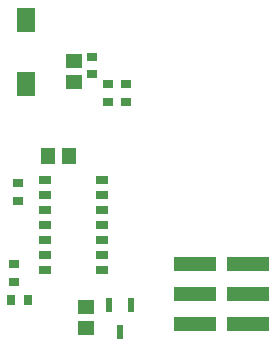
<source format=gbr>
G04 Layer_Color=8421504*
%FSLAX45Y45*%
%MOMM*%
%TF.FileFunction,Paste,Top*%
%TF.Part,Single*%
G01*
G75*
%TA.AperFunction,SMDPad,CuDef*%
%ADD10R,3.68000X1.27000*%
%ADD11R,0.60000X1.15000*%
%TA.AperFunction,ConnectorPad*%
%ADD12R,1.60000X2.00000*%
%TA.AperFunction,SMDPad,CuDef*%
%ADD13R,0.90000X0.70000*%
%ADD14R,0.70000X0.90000*%
%ADD15R,1.40000X1.20000*%
%ADD16R,0.90000X0.80000*%
%ADD17R,1.00000X0.65000*%
%ADD18R,1.20000X1.40000*%
D10*
X558800Y0D02*
D03*
Y-254000D02*
D03*
Y-508000D02*
D03*
X114300D02*
D03*
Y-254000D02*
D03*
Y0D02*
D03*
D11*
X-520700Y-577901D02*
D03*
X-615701Y-352897D02*
D03*
X-425699D02*
D03*
D12*
X-1320800Y2063999D02*
D03*
Y1524000D02*
D03*
D13*
X-1422400Y-152400D02*
D03*
Y-2398D02*
D03*
X-472999Y1367399D02*
D03*
Y1517401D02*
D03*
X-625399D02*
D03*
Y1367399D02*
D03*
X-1384300Y534599D02*
D03*
Y684601D02*
D03*
D14*
X-1296599Y-304800D02*
D03*
X-1446601D02*
D03*
D15*
X-812800Y-547202D02*
D03*
Y-367198D02*
D03*
X-911098Y1715597D02*
D03*
Y1535598D02*
D03*
D16*
X-758698Y1606398D02*
D03*
Y1746402D02*
D03*
D17*
X-1155700Y457200D02*
D03*
Y330200D02*
D03*
Y203200D02*
D03*
X-673100D02*
D03*
Y330200D02*
D03*
Y457200D02*
D03*
X-1155700Y584200D02*
D03*
Y711200D02*
D03*
Y76200D02*
D03*
Y-50800D02*
D03*
X-673100Y76200D02*
D03*
Y-50800D02*
D03*
Y584200D02*
D03*
Y711200D02*
D03*
D18*
X-1130300Y914400D02*
D03*
X-950300D02*
D03*
%TF.MD5,45c1fccd052bc9885ed0eea4cb5d688b*%
M02*

</source>
